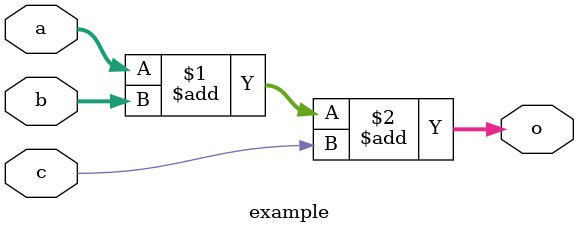
<source format=v>
module example(
    input[1:0] a,
    input[1:0] b,
    input c,

    output[1:0] o
);

    assign o = a + b + c;

endmodule

</source>
